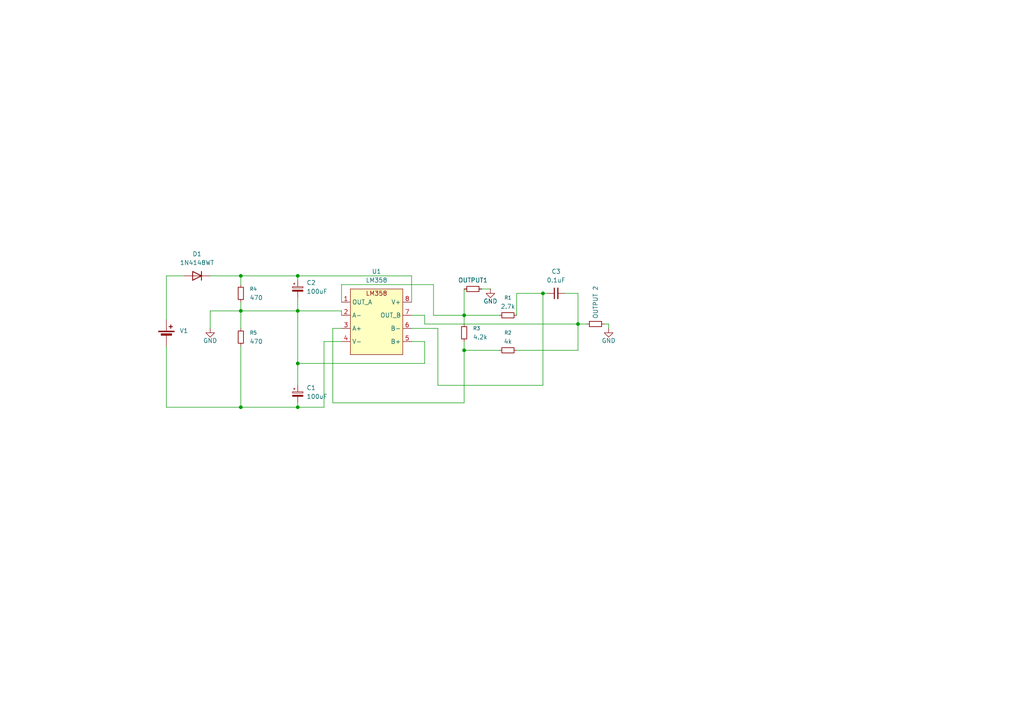
<source format=kicad_sch>
(kicad_sch (version 20250114) (generator "eeschema") (generator_version "9.0")
  (paper "A4")
  (lib_symbols
    (symbol "Device:Battery_Cell" (pin_numbers (hide yes)) (pin_names (offset 0) (hide yes))
      (property "Reference" "BT" (at 2.54 2.54 0))
      (property "Value" "Battery_Cell" (at 2.54 0 0))
      (symbol "Battery_Cell_0_1"
        (rectangle (start -2.286 1.778) (end 2.286 1.524) (fill (type outline)))
        (rectangle (start -1.524 1.016) (end 1.524 0.508) (fill (type outline)))
        (polyline (pts (xy 0 1.778) (xy 0 2.54)))
        (polyline (pts (xy 0 0.762) (xy 0 0)))
        (polyline (pts (xy 0.762 3.048) (xy 1.778 3.048)) (stroke (width 0.254)))
        (polyline (pts (xy 1.27 3.556) (xy 1.27 2.54)) (stroke (width 0.254)))
      )
      (symbol "Battery_Cell_1_1"
        (pin passive line (at 0 5.08 270) (length 2.54) (name "+") (number "1"))
        (pin passive line (at 0 -2.54 90) (length 2.54) (name "-") (number "2"))
      )
    )
    (symbol "Device:C_Polarized_Small" (pin_numbers (hide yes)) (pin_names (offset 0.254) (hide yes))
      (property "Reference" "C" (at 0.254 1.778 0))
      (property "Value" "C_Polarized_Small" (at 0.254 -2.032 0))
      (symbol "C_Polarized_Small_0_1"
        (rectangle (start -1.524 0.6858) (end 1.524 0.3048))
        (rectangle (start -1.524 -0.3048) (end 1.524 -0.6858) (fill (type outline)))
        (polyline (pts (xy -1.27 1.524) (xy -0.762 1.524)))
        (polyline (pts (xy -1.016 1.27) (xy -1.016 1.778)))
      )
      (symbol "C_Polarized_Small_1_1"
        (pin passive line (at 0 2.54 270) (length 1.8542) (name "~") (number "1"))
        (pin passive line (at 0 -2.54 90) (length 1.8542) (name "~") (number "2"))
      )
    )
    (symbol "Device:C_Small" (pin_numbers (hide yes)) (pin_names (offset 0.254) (hide yes))
      (property "Reference" "C" (at 0.254 1.778 0))
      (property "Value" "C_Small" (at 0.254 -2.032 0))
      (symbol "C_Small_0_1"
        (polyline (pts (xy -1.524 0.508) (xy 1.524 0.508)) (stroke (width 0.3048)))
        (polyline (pts (xy -1.524 -0.508) (xy 1.524 -0.508)) (stroke (width 0.3302)))
      )
      (symbol "C_Small_1_1"
        (pin passive line (at 0 2.54 270) (length 2.032) (name "~") (number "1"))
        (pin passive line (at 0 -2.54 90) (length 2.032) (name "~") (number "2"))
      )
    )
    (symbol "Device:R_Small" (pin_numbers (hide yes)) (pin_names (offset 0.254) (hide yes))
      (property "Reference" "R" (at 0 0 90))
      (property "Value" "R_Small" (at 1.778 0 90))
      (symbol "R_Small_0_1"
        (rectangle (start -0.762 1.778) (end 0.762 -1.778) (stroke (width 0.2032)))
      )
      (symbol "R_Small_1_1"
        (pin passive line (at 0 2.54 270) (length 0.762) (name "~") (number "1"))
        (pin passive line (at 0 -2.54 90) (length 0.762) (name "~") (number "2"))
      )
    )
    (symbol "Diode:1N4148WT" (pin_numbers (hide yes)) (pin_names (hide yes))
      (property "Reference" "D" (at 0 2.54 0))
      (property "Value" "1N4148WT" (at 0 -2.54 0))
      (symbol "1N4148WT_0_1"
        (polyline (pts (xy -1.27 1.27) (xy -1.27 -1.27)) (stroke (width 0.254)))
        (polyline (pts (xy 1.27 1.27) (xy 1.27 -1.27) (xy -1.27 0) (xy 1.27 1.27)) (stroke (width 0.254)))
        (polyline (pts (xy 1.27 0) (xy -1.27 0)))
      )
      (symbol "1N4148WT_1_1"
        (pin passive line (at -3.81 0 0) (length 2.54) (name "K") (number "1"))
        (pin passive line (at 3.81 0 180) (length 2.54) (name "A") (number "2"))
      )
    )
    (symbol "Moje_symbole:LM358_8PIN"
      (property "Reference" "U" (at 0 10.414 0))
      (symbol "LM358_8PIN_1_1"
        (rectangle (start -7.62 8.89) (end 7.62 -10.16) (fill (type background)))
        (text "LM358" (at 0 7.62 0) (effects (font (size 1.27 1.27))))
        (pin output line (at -10.16 5.08 0) (length 2.54) (name "OUT_A") (number "1"))
        (pin input line (at -10.16 1.27 0) (length 2.54) (name "A-") (number "2"))
        (pin input line (at -10.16 -2.54 0) (length 2.54) (name "A+") (number "3"))
        (pin input line (at -10.16 -6.35 0) (length 2.54) (name "V-") (number "4"))
        (pin input line (at 10.16 5.08 180) (length 2.54) (name "V+") (number "8"))
        (pin output line (at 10.16 1.27 180) (length 2.54) (name "OUT_B") (number "7"))
        (pin input line (at 10.16 -2.54 180) (length 2.54) (name "B-") (number "6"))
        (pin input line (at 10.16 -6.35 180) (length 2.54) (name "B+") (number "5"))
      )
    )
    (symbol "power:GND" (power) (pin_numbers (hide yes)) (pin_names (offset 0) (hide yes))
      (property "Value" "GND" (at 0 -3.81 0))
      (symbol "GND_0_1"
        (polyline (pts (xy 0 0) (xy 0 -1.27) (xy 1.27 -1.27) (xy 0 -2.54) (xy -1.27 -1.27) (xy 0 -1.27)))
      )
      (symbol "GND_1_1"
        (pin power_in line (at 0 0 270) (length 0) (name "~") (number "1"))
      )
    )
  )
  (junction (at 69.85 118.11))
  (junction (at 69.85 90.17))
  (junction (at 86.36 90.17))
  (junction (at 86.36 80.01))
  (junction (at 134.62 101.6))
  (junction (at 167.64 93.98))
  (junction (at 86.36 118.11))
  (junction (at 134.62 91.44))
  (junction (at 157.48 85.09))
  (junction (at 86.36 105.41))
  (junction (at 69.85 80.01))
  (wire (pts (xy 127 111.76) (xy 127 95.25)))
  (wire (pts (xy 176.53 93.98) (xy 176.53 95.25)))
  (wire (pts (xy 69.85 118.11) (xy 69.85 100.33)))
  (wire (pts (xy 134.62 91.44) (xy 144.78 91.44)))
  (wire (pts (xy 134.62 91.44) (xy 134.62 93.98)))
  (wire (pts (xy 96.52 95.25) (xy 99.06 95.25)))
  (wire (pts (xy 86.36 80.01) (xy 119.38 80.01)))
  (wire (pts (xy 96.52 116.84) (xy 96.52 95.25)))
  (wire (pts (xy 86.36 105.41) (xy 123.19 105.41)))
  (wire (pts (xy 163.83 85.09) (xy 167.64 85.09)))
  (wire (pts (xy 86.36 90.17) (xy 86.36 105.41)))
  (wire (pts (xy 142.24 83.82) (xy 139.7 83.82)))
  (wire (pts (xy 167.64 101.6) (xy 167.64 93.98)))
  (wire (pts (xy 86.36 90.17) (xy 99.06 90.17)))
  (wire (pts (xy 69.85 87.63) (xy 69.85 90.17)))
  (wire (pts (xy 123.19 93.98) (xy 123.19 91.44)))
  (wire (pts (xy 48.26 80.01) (xy 53.34 80.01)))
  (wire (pts (xy 48.26 80.01) (xy 48.26 92.71)))
  (wire (pts (xy 86.36 80.01) (xy 86.36 81.28)))
  (wire (pts (xy 86.36 105.41) (xy 86.36 111.76)))
  (wire (pts (xy 123.19 99.06) (xy 119.38 99.06)))
  (wire (pts (xy 48.26 100.33) (xy 48.26 118.11)))
  (wire (pts (xy 119.38 80.01) (xy 119.38 87.63)))
  (wire (pts (xy 134.62 116.84) (xy 134.62 101.6)))
  (wire (pts (xy 125.73 82.55) (xy 125.73 91.44)))
  (wire (pts (xy 69.85 80.01) (xy 69.85 82.55)))
  (wire (pts (xy 149.86 101.6) (xy 167.64 101.6)))
  (wire (pts (xy 134.62 99.06) (xy 134.62 101.6)))
  (wire (pts (xy 69.85 90.17) (xy 86.36 90.17)))
  (wire (pts (xy 123.19 105.41) (xy 123.19 99.06)))
  (wire (pts (xy 69.85 90.17) (xy 69.85 95.25)))
  (wire (pts (xy 86.36 118.11) (xy 93.98 118.11)))
  (wire (pts (xy 149.86 85.09) (xy 157.48 85.09)))
  (wire (pts (xy 167.64 85.09) (xy 167.64 93.98)))
  (wire (pts (xy 123.19 91.44) (xy 119.38 91.44)))
  (wire (pts (xy 93.98 99.06) (xy 93.98 118.11)))
  (wire (pts (xy 167.64 93.98) (xy 170.18 93.98)))
  (wire (pts (xy 175.26 93.98) (xy 176.53 93.98)))
  (wire (pts (xy 157.48 85.09) (xy 157.48 111.76)))
  (wire (pts (xy 86.36 80.01) (xy 69.85 80.01)))
  (wire (pts (xy 96.52 116.84) (xy 134.62 116.84)))
  (wire (pts (xy 86.36 116.84) (xy 86.36 118.11)))
  (wire (pts (xy 123.19 93.98) (xy 167.64 93.98)))
  (wire (pts (xy 99.06 82.55) (xy 125.73 82.55)))
  (wire (pts (xy 158.75 85.09) (xy 157.48 85.09)))
  (wire (pts (xy 127 95.25) (xy 119.38 95.25)))
  (wire (pts (xy 125.73 91.44) (xy 134.62 91.44)))
  (wire (pts (xy 134.62 101.6) (xy 144.78 101.6)))
  (wire (pts (xy 60.96 80.01) (xy 69.85 80.01)))
  (wire (pts (xy 86.36 86.36) (xy 86.36 90.17)))
  (wire (pts (xy 99.06 90.17) (xy 99.06 91.44)))
  (wire (pts (xy 134.62 83.82) (xy 134.62 91.44)))
  (wire (pts (xy 157.48 111.76) (xy 127 111.76)))
  (wire (pts (xy 48.26 118.11) (xy 69.85 118.11)))
  (wire (pts (xy 149.86 85.09) (xy 149.86 91.44)))
  (wire (pts (xy 99.06 87.63) (xy 99.06 82.55)))
  (wire (pts (xy 93.98 99.06) (xy 99.06 99.06)))
  (wire (pts (xy 86.36 118.11) (xy 69.85 118.11)))
  (wire (pts (xy 60.96 90.17) (xy 69.85 90.17)))
  (wire (pts (xy 60.96 95.25) (xy 60.96 90.17)))
  (symbol (lib_id "power:GND") (at 142.24 83.82 0) (unit 1)
    (property "Reference" "#PWR02" (effects (hide yes)))
    (property "Value" "GND" (at 142.24 87.376 0))
    (property "Description" "Power symbol creates a global label with name \"GND\" , ground" (effects (hide yes)))
  )
  (symbol (lib_id "Device:R_Small") (at 172.72 93.98 90) (unit 1)
    (property "Reference" "R6" (effects (hide yes)))
    (property "Value" "OUTPUT 2" (at 172.72 92.456 0) (effects (justify left)))
    (property "Footprint" "TerminalBlock_Phoenix:TerminalBlock_Phoenix_MKDS-1,5-2-5.08_1x02_P5.08mm_Horizontal" (effects (hide yes)))
    (property "Description" "Resistor, small symbol" (effects (hide yes)))
  )
  (symbol (lib_id "Device:C_Polarized_Small") (at 86.36 83.82 0) (unit 1)
    (property "Reference" "C2" (at 88.9 82.0038 0) (effects (justify left)))
    (property "Value" "100uF" (at 88.9 84.5438 0) (effects (justify left)))
    (property "Footprint" "TerminalBlock_Phoenix:TerminalBlock_Phoenix_MKDS-1,5-2-5.08_1x02_P5.08mm_Horizontal" (effects (hide yes)))
    (property "Description" "Polarized capacitor, small symbol" (effects (hide yes)))
  )
  (symbol (lib_id "Device:R_Small") (at 137.16 83.82 90) (unit 1)
    (property "Reference" "R7" (effects (hide yes)))
    (property "Value" "OUTPUT1" (at 137.16 81.28 90))
    (property "Footprint" "TerminalBlock_Phoenix:TerminalBlock_Phoenix_MKDS-1,5-2-5.08_1x02_P5.08mm_Horizontal" (effects (hide yes)))
    (property "Description" "Resistor, small symbol" (effects (hide yes)))
  )
  (symbol (lib_id "Diode:1N4148WT") (at 57.15 80.01 180) (unit 1)
    (property "Reference" "D1" (at 57.15 73.66 0))
    (property "Value" "1N4148WT" (at 57.15 76.2 0))
    (property "Footprint" "Diode_THT:D_5W_P12.70mm_Horizontal" (effects (hide yes)))
    (property "Datasheet" "https://www.diodes.com/assets/Datasheets/ds30396.pdf" (effects (hide yes)))
    (property "Description" "75V 0.15A Fast switching Diode, SOD-523" (effects (hide yes)))
    (property "Sim.Device" "D" (effects (hide yes)))
    (property "Sim.Pins" "1=K 2=A" (effects (hide yes)))
  )
  (symbol (lib_id "Device:R_Small") (at 69.85 85.09 0) (unit 1)
    (property "Reference" "R4" (at 72.39 83.8199 0) (effects (font (size 1.016 1.016)) (justify left)))
    (property "Value" "470" (at 72.39 86.3599 0) (effects (justify left)))
    (property "Footprint" "TerminalBlock_Phoenix:TerminalBlock_Phoenix_MKDS-1,5-2-5.08_1x02_P5.08mm_Horizontal" (effects (hide yes)))
    (property "Description" "Resistor, small symbol" (effects (hide yes)))
  )
  (symbol (lib_id "power:GND") (at 60.96 95.25 0) (unit 1)
    (property "Reference" "#PWR01" (effects (hide yes)))
    (property "Value" "GND" (at 60.96 98.806 0))
    (property "Description" "Power symbol creates a global label with name \"GND\" , ground" (effects (hide yes)))
  )
  (symbol (lib_id "Device:R_Small") (at 69.85 97.79 0) (unit 1)
    (property "Reference" "R5" (at 72.39 96.5199 0) (effects (font (size 1.016 1.016)) (justify left)))
    (property "Value" "470" (at 72.39 99.0599 0) (effects (justify left)))
    (property "Footprint" "TerminalBlock_Phoenix:TerminalBlock_Phoenix_MKDS-1,5-2-5.08_1x02_P5.08mm_Horizontal" (effects (hide yes)))
    (property "Description" "Resistor, small symbol" (effects (hide yes)))
  )
  (symbol (lib_id "Moje_symbole:LM358_8PIN") (at 109.22 92.71 0) (unit 1)
    (property "Reference" "U1" (at 109.22 78.74 0))
    (property "Value" "LM358" (at 109.22 81.28 0))
    (property "Footprint" "Package_DIP:DIP-8_W7.62mm_Socket" (effects (hide yes)))
  )
  (symbol (lib_id "Device:R_Small") (at 147.32 101.6 90) (unit 1)
    (property "Reference" "R2" (at 147.32 96.52 90) (effects (font (size 1.016 1.016))))
    (property "Value" "4k" (at 147.32 99.06 90))
    (property "Footprint" "TerminalBlock_Phoenix:TerminalBlock_Phoenix_MKDS-1,5-2-5.08_1x02_P5.08mm_Horizontal" (effects (hide yes)))
    (property "Description" "Resistor, small symbol" (effects (hide yes)))
  )
  (symbol (lib_id "Device:R_Small") (at 147.32 91.44 270) (unit 1)
    (property "Reference" "R1" (at 147.32 86.36 90) (effects (font (size 1.016 1.016))))
    (property "Value" "2.7k" (at 147.32 88.9 90))
    (property "Footprint" "TerminalBlock_Phoenix:TerminalBlock_Phoenix_MKDS-1,5-2-5.08_1x02_P5.08mm_Horizontal" (effects (hide yes)))
    (property "Description" "Resistor, small symbol" (effects (hide yes)))
  )
  (symbol (lib_id "Device:C_Polarized_Small") (at 86.36 114.3 0) (unit 1)
    (property "Reference" "C1" (at 88.9 112.4838 0) (effects (justify left)))
    (property "Value" "100uF" (at 88.9 115.0238 0) (effects (justify left)))
    (property "Footprint" "TerminalBlock_Phoenix:TerminalBlock_Phoenix_MKDS-1,5-2-5.08_1x02_P5.08mm_Horizontal" (effects (hide yes)))
    (property "Description" "Polarized capacitor, small symbol" (effects (hide yes)))
  )
  (symbol (lib_id "Device:Battery_Cell") (at 48.26 97.79 0) (unit 1)
    (property "Reference" "V1" (at 52.07 95.9484 0) (effects (justify left)))
    (property "Footprint" "TerminalBlock_Phoenix:TerminalBlock_Phoenix_MKDS-1,5-2-5.08_1x02_P5.08mm_Horizontal" (effects (hide yes)))
    (property "Description" "Single-cell battery" (effects (hide yes)))
  )
  (symbol (lib_id "Device:C_Small") (at 161.29 85.09 90) (unit 1)
    (property "Reference" "C3" (at 161.2963 78.74 90))
    (property "Value" "0.1uF" (at 161.2963 81.28 90))
    (property "Footprint" "TerminalBlock_Phoenix:TerminalBlock_Phoenix_MKDS-1,5-2-5.08_1x02_P5.08mm_Horizontal" (effects (hide yes)))
    (property "Description" "Unpolarized capacitor, small symbol" (effects (hide yes)))
  )
  (symbol (lib_id "power:GND") (at 176.53 95.25 0) (unit 1)
    (property "Reference" "#PWR03" (effects (hide yes)))
    (property "Value" "GND" (at 176.53 98.806 0))
    (property "Description" "Power symbol creates a global label with name \"GND\" , ground" (effects (hide yes)))
  )
  (symbol (lib_id "Device:R_Small") (at 134.62 96.52 0) (unit 1)
    (property "Reference" "R3" (at 137.16 95.2499 0) (effects (font (size 1.016 1.016)) (justify left)))
    (property "Value" "4.2k" (at 137.16 97.7899 0) (effects (justify left)))
    (property "Footprint" "TerminalBlock_Phoenix:TerminalBlock_Phoenix_MKDS-1,5-2-5.08_1x02_P5.08mm_Horizontal" (effects (hide yes)))
    (property "Description" "Resistor, small symbol" (effects (hide yes)))
  )
)
</source>
